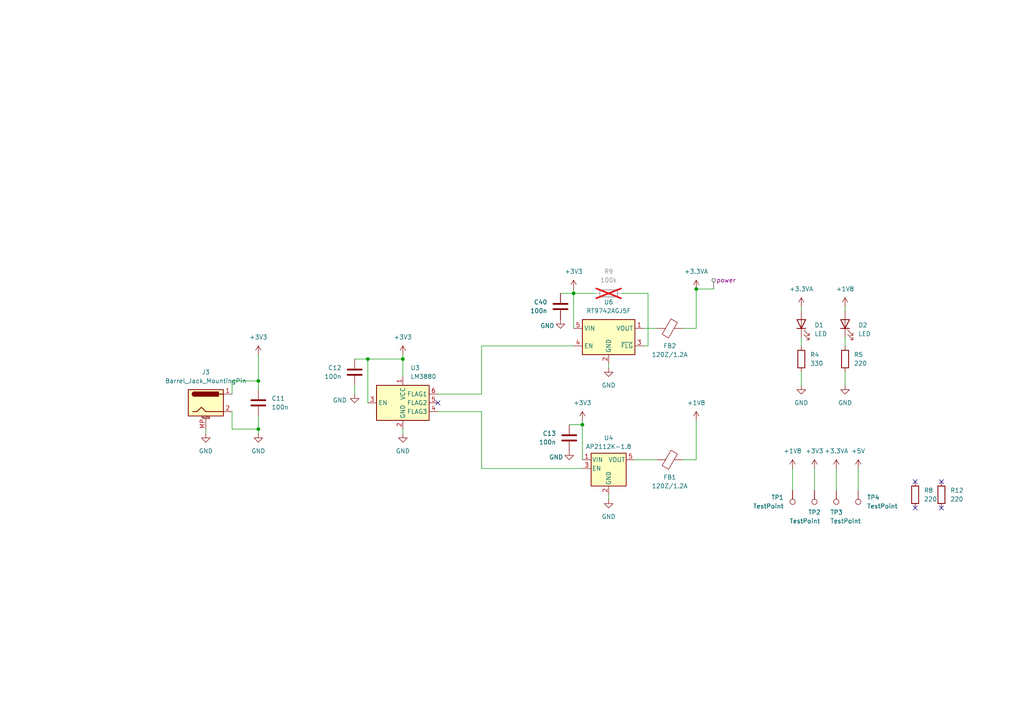
<source format=kicad_sch>
(kicad_sch (version 20231120) (generator "eeschema") (generator_version "8.0")
  (paper "A4")
  (lib_symbols
    (symbol "Connector:Barrel_Jack_MountingPin" (pin_names hide)
      (property "Reference" "J" (at 0 5.334 0))
      (property "Value" "Barrel_Jack_MountingPin" (at 1.27 -6.35 0))
      (symbol "Barrel_Jack_MountingPin_0_1"
        (rectangle (start -5.08 3.81) (end 5.08 -3.81) (stroke (width 0.254)) (fill (type background)))
        (arc (start -3.302 3.175) (mid -3.9343 2.54) (end -3.302 1.905) (stroke (width 0.254)))
        (arc (start -3.302 3.175) (mid -3.9343 2.54) (end -3.302 1.905) (stroke (width 0.254)) (fill (type outline)))
        (polyline (pts (xy 5.08 2.54) (xy 3.81 2.54)) (stroke (width 0.254)))
        (polyline (pts (xy -3.81 -2.54) (xy -2.54 -2.54) (xy -1.27 -1.27) (xy 0 -2.54) (xy 2.54 -2.54) (xy 5.08 -2.54)) (stroke (width 0.254)))
        (rectangle (start 3.683 3.175) (end -3.302 1.905) (stroke (width 0.254)) (fill (type outline)))
      )
      (symbol "Barrel_Jack_MountingPin_1_1"
        (polyline (pts (xy -1.016 -4.572) (xy 1.016 -4.572)) (stroke (width 0.1524)))
        (text "Mounting" (at 0 -4.191 0) (effects (font (size 0.381 0.381))))
        (pin passive line (at 7.62 2.54 180) (length 2.54) (name "~") (number "1"))
        (pin passive line (at 7.62 -2.54 180) (length 2.54) (name "~") (number "2"))
        (pin passive line (at 0 -7.62 90) (length 3.048) (name "MountPin") (number "MP"))
      )
    )
    (symbol "Connector:TestPoint" (pin_numbers hide) (pin_names (offset 0.762) hide)
      (property "Reference" "TP" (at 0 6.858 0))
      (property "Value" "TestPoint" (at 0 5.08 0))
      (symbol "TestPoint_0_1"
        (circle (center 0 3.302) (radius 0.762))
      )
      (symbol "TestPoint_1_1"
        (pin passive line (at 0 0 90) (length 2.54) (name "1") (number "1"))
      )
    )
    (symbol "Device:C" (pin_numbers hide) (pin_names (offset 0.254))
      (property "Reference" "C" (at 0.635 2.54 0))
      (property "Value" "C" (at 0.635 -2.54 0))
      (symbol "C_0_1"
        (polyline (pts (xy -2.032 -0.762) (xy 2.032 -0.762)) (stroke (width 0.508)))
        (polyline (pts (xy -2.032 0.762) (xy 2.032 0.762)) (stroke (width 0.508)))
      )
      (symbol "C_1_1"
        (pin passive line (at 0 3.81 270) (length 2.794) (name "~") (number "1"))
        (pin passive line (at 0 -3.81 90) (length 2.794) (name "~") (number "2"))
      )
    )
    (symbol "Device:FerriteBead" (pin_numbers hide) (pin_names (offset 0))
      (property "Reference" "FB" (at -3.81 0.635 90))
      (property "Value" "FerriteBead" (at 3.81 0 90))
      (symbol "FerriteBead_0_1"
        (polyline (pts (xy 0 -1.27) (xy 0 -1.2192)))
        (polyline (pts (xy 0 1.27) (xy 0 1.2954)))
        (polyline (pts (xy -2.7686 0.4064) (xy -1.7018 2.2606) (xy 2.7686 -0.3048) (xy 1.6764 -2.159) (xy -2.7686 0.4064)))
      )
      (symbol "FerriteBead_1_1"
        (pin passive line (at 0 3.81 270) (length 2.54) (name "~") (number "1"))
        (pin passive line (at 0 -3.81 90) (length 2.54) (name "~") (number "2"))
      )
    )
    (symbol "Device:LED" (pin_numbers hide) (pin_names (offset 1.016) hide)
      (property "Reference" "D" (at 0 2.54 0))
      (property "Value" "LED" (at 0 -2.54 0))
      (symbol "LED_0_1"
        (polyline (pts (xy -1.27 -1.27) (xy -1.27 1.27)) (stroke (width 0.254)))
        (polyline (pts (xy -1.27 0) (xy 1.27 0)))
        (polyline (pts (xy 1.27 -1.27) (xy 1.27 1.27) (xy -1.27 0) (xy 1.27 -1.27)) (stroke (width 0.254)))
        (polyline (pts (xy -3.048 -0.762) (xy -4.572 -2.286) (xy -3.81 -2.286) (xy -4.572 -2.286) (xy -4.572 -1.524)))
        (polyline (pts (xy -1.778 -0.762) (xy -3.302 -2.286) (xy -2.54 -2.286) (xy -3.302 -2.286) (xy -3.302 -1.524)))
      )
      (symbol "LED_1_1"
        (pin passive line (at -3.81 0 0) (length 2.54) (name "K") (number "1"))
        (pin passive line (at 3.81 0 180) (length 2.54) (name "A") (number "2"))
      )
    )
    (symbol "Device:R" (pin_numbers hide) (pin_names (offset 0))
      (property "Reference" "R" (at 2.032 0 90))
      (property "Value" "R" (at 0 0 90))
      (symbol "R_0_1"
        (rectangle (start -1.016 -2.54) (end 1.016 2.54) (stroke (width 0.254)))
      )
      (symbol "R_1_1"
        (pin passive line (at 0 3.81 270) (length 1.27) (name "~") (number "1"))
        (pin passive line (at 0 -3.81 90) (length 1.27) (name "~") (number "2"))
      )
    )
    (symbol "Power_Management:RT9742AGJ5F"
      (property "Reference" "U" (at 0 10.16 0))
      (property "Value" "RT9742AGJ5F" (at 0 7.62 0))
      (symbol "RT9742AGJ5F_0_1"
        (rectangle (start -7.62 5.08) (end 7.62 -5.08) (stroke (width 0.254)) (fill (type background)))
      )
      (symbol "RT9742AGJ5F_1_1"
        (pin power_out line (at 10.16 2.54 180) (length 2.54) (name "VOUT") (number "1"))
        (pin power_in line (at 0 -7.62 90) (length 2.54) (name "GND") (number "2"))
        (pin open_collector line (at 10.16 -2.54 180) (length 2.54) (name "~{FLG}") (number "3"))
        (pin input line (at -10.16 -2.54 0) (length 2.54) (name "EN") (number "4"))
        (pin power_in line (at -10.16 2.54 0) (length 2.54) (name "VIN") (number "5"))
      )
    )
    (symbol "Power_Supervisor:LM3880"
      (property "Reference" "U" (at 1.27 8.89 0))
      (property "Value" "LM3880" (at 3.81 6.35 0))
      (symbol "LM3880_0_1"
        (rectangle (start -7.62 5.08) (end 7.62 -5.08) (stroke (width 0.254)) (fill (type background)))
      )
      (symbol "LM3880_1_1"
        (pin power_in line (at 0 7.62 270) (length 2.54) (name "VCC") (number "1"))
        (pin power_in line (at 0 -7.62 90) (length 2.54) (name "GND") (number "2"))
        (pin input line (at -10.16 0 0) (length 2.54) (name "EN") (number "3"))
        (pin open_collector line (at 10.16 -2.54 180) (length 2.54) (name "FLAG3") (number "4"))
        (pin open_collector line (at 10.16 0 180) (length 2.54) (name "FLAG2") (number "5"))
        (pin open_collector line (at 10.16 2.54 180) (length 2.54) (name "FLAG1") (number "6"))
      )
    )
    (symbol "Regulator_Linear:AP2112K-1.8" (pin_names (offset 0.254))
      (property "Reference" "U" (at -5.08 5.715 0))
      (property "Value" "AP2112K-1.8" (at 0 5.715 0))
      (symbol "AP2112K-1.8_0_1"
        (rectangle (start -5.08 4.445) (end 5.08 -5.08) (stroke (width 0.254)) (fill (type background)))
      )
      (symbol "AP2112K-1.8_1_1"
        (pin power_in line (at -7.62 2.54 0) (length 2.54) (name "VIN") (number "1"))
        (pin power_in line (at 0 -7.62 90) (length 2.54) (name "GND") (number "2"))
        (pin input line (at -7.62 0 0) (length 2.54) (name "EN") (number "3"))
        (pin no_connect line (at 5.08 0 180) (length 2.54) hide (name "NC") (number "4"))
        (pin power_out line (at 7.62 2.54 180) (length 2.54) (name "VOUT") (number "5"))
      )
    )
    (symbol "power:+1V8" (power) (pin_numbers hide) (pin_names (offset 0) hide)
      (property "Value" "+1V8" (at 0 3.556 0))
      (symbol "+1V8_0_1"
        (polyline (pts (xy -0.762 1.27) (xy 0 2.54)))
        (polyline (pts (xy 0 0) (xy 0 2.54)))
        (polyline (pts (xy 0 2.54) (xy 0.762 1.27)))
      )
      (symbol "+1V8_1_1"
        (pin power_in line (at 0 0 90) (length 0) (name "~") (number "1"))
      )
    )
    (symbol "power:+3.3VA" (power) (pin_numbers hide) (pin_names (offset 0) hide)
      (property "Value" "+3.3VA" (at 0 3.556 0))
      (symbol "+3.3VA_0_1"
        (polyline (pts (xy -0.762 1.27) (xy 0 2.54)))
        (polyline (pts (xy 0 0) (xy 0 2.54)))
        (polyline (pts (xy 0 2.54) (xy 0.762 1.27)))
      )
      (symbol "+3.3VA_1_1"
        (pin power_in line (at 0 0 90) (length 0) (name "~") (number "1"))
      )
    )
    (symbol "power:+3V3" (power) (pin_numbers hide) (pin_names (offset 0) hide)
      (property "Value" "+3V3" (at 0 3.556 0))
      (symbol "+3V3_0_1"
        (polyline (pts (xy -0.762 1.27) (xy 0 2.54)))
        (polyline (pts (xy 0 0) (xy 0 2.54)))
        (polyline (pts (xy 0 2.54) (xy 0.762 1.27)))
      )
      (symbol "+3V3_1_1"
        (pin power_in line (at 0 0 90) (length 0) (name "~") (number "1"))
      )
    )
    (symbol "power:+5V" (power) (pin_numbers hide) (pin_names (offset 0) hide)
      (property "Value" "+5V" (at 0 3.556 0))
      (symbol "+5V_0_1"
        (polyline (pts (xy -0.762 1.27) (xy 0 2.54)))
        (polyline (pts (xy 0 0) (xy 0 2.54)))
        (polyline (pts (xy 0 2.54) (xy 0.762 1.27)))
      )
      (symbol "+5V_1_1"
        (pin power_in line (at 0 0 90) (length 0) (name "~") (number "1"))
      )
    )
    (symbol "power:GND" (power) (pin_numbers hide) (pin_names (offset 0) hide)
      (property "Value" "GND" (at 0 -3.81 0))
      (symbol "GND_0_1"
        (polyline (pts (xy 0 0) (xy 0 -1.27) (xy 1.27 -1.27) (xy 0 -2.54) (xy -1.27 -1.27) (xy 0 -1.27)))
      )
      (symbol "GND_1_1"
        (pin power_in line (at 0 0 270) (length 0) (name "~") (number "1"))
      )
    )
  )
  (junction (at 201.93 83.82))
  (junction (at 106.68 104.14))
  (junction (at 168.91 123.19))
  (junction (at 116.84 104.14))
  (junction (at 74.93 110.49))
  (junction (at 74.93 124.46))
  (junction (at 166.37 85.09))
  (no_connect (at 273.05 139.7))
  (no_connect (at 265.43 147.32))
  (no_connect (at 127 116.84))
  (no_connect (at 265.43 139.7))
  (no_connect (at 273.05 147.32))
  (wire (pts (xy 102.87 104.14) (xy 106.68 104.14)))
  (wire (pts (xy 74.93 120.65) (xy 74.93 124.46)))
  (wire (pts (xy 102.87 111.76) (xy 102.87 114.3)))
  (wire (pts (xy 67.31 110.49) (xy 74.93 110.49)))
  (wire (pts (xy 236.22 135.89) (xy 236.22 142.24)))
  (wire (pts (xy 245.11 88.9) (xy 245.11 90.17)))
  (wire (pts (xy 67.31 110.49) (xy 67.31 114.3)))
  (wire (pts (xy 166.37 85.09) (xy 166.37 95.25)))
  (wire (pts (xy 166.37 85.09) (xy 166.37 83.82)))
  (wire (pts (xy 59.69 124.46) (xy 59.69 125.73)))
  (wire (pts (xy 201.93 83.82) (xy 207.01 83.82)))
  (wire (pts (xy 232.41 97.79) (xy 232.41 100.33)))
  (wire (pts (xy 139.7 119.38) (xy 127 119.38)))
  (wire (pts (xy 245.11 97.79) (xy 245.11 100.33)))
  (wire (pts (xy 184.15 133.35) (xy 190.5 133.35)))
  (wire (pts (xy 74.93 124.46) (xy 74.93 125.73)))
  (wire (pts (xy 165.1 123.19) (xy 168.91 123.19)))
  (wire (pts (xy 245.11 107.95) (xy 245.11 111.76)))
  (wire (pts (xy 116.84 124.46) (xy 116.84 125.73)))
  (wire (pts (xy 229.87 135.89) (xy 229.87 142.24)))
  (wire (pts (xy 127 114.3) (xy 139.7 114.3)))
  (wire (pts (xy 116.84 104.14) (xy 116.84 109.22)))
  (wire (pts (xy 176.53 105.41) (xy 176.53 106.68)))
  (wire (pts (xy 176.53 143.51) (xy 176.53 144.78)))
  (wire (pts (xy 198.12 95.25) (xy 201.93 95.25)))
  (wire (pts (xy 116.84 102.87) (xy 116.84 104.14)))
  (wire (pts (xy 106.68 104.14) (xy 116.84 104.14)))
  (wire (pts (xy 187.96 85.09) (xy 180.34 85.09)))
  (wire (pts (xy 168.91 123.19) (xy 168.91 121.92)))
  (wire (pts (xy 168.91 123.19) (xy 168.91 133.35)))
  (wire (pts (xy 139.7 135.89) (xy 168.91 135.89)))
  (wire (pts (xy 232.41 107.95) (xy 232.41 111.76)))
  (wire (pts (xy 201.93 133.35) (xy 201.93 121.92)))
  (wire (pts (xy 139.7 114.3) (xy 139.7 100.33)))
  (wire (pts (xy 232.41 88.9) (xy 232.41 90.17)))
  (wire (pts (xy 74.93 110.49) (xy 74.93 113.03)))
  (wire (pts (xy 139.7 100.33) (xy 166.37 100.33)))
  (wire (pts (xy 106.68 104.14) (xy 106.68 116.84)))
  (wire (pts (xy 139.7 135.89) (xy 139.7 119.38)))
  (wire (pts (xy 186.69 95.25) (xy 190.5 95.25)))
  (wire (pts (xy 186.69 100.33) (xy 187.96 100.33)))
  (wire (pts (xy 67.31 119.38) (xy 67.31 124.46)))
  (wire (pts (xy 248.92 135.89) (xy 248.92 142.24)))
  (wire (pts (xy 67.31 124.46) (xy 74.93 124.46)))
  (wire (pts (xy 166.37 85.09) (xy 172.72 85.09)))
  (wire (pts (xy 242.57 135.89) (xy 242.57 142.24)))
  (wire (pts (xy 198.12 133.35) (xy 201.93 133.35)))
  (wire (pts (xy 201.93 83.82) (xy 201.93 95.25)))
  (wire (pts (xy 74.93 102.87) (xy 74.93 110.49)))
  (wire (pts (xy 162.56 85.09) (xy 166.37 85.09)))
  (wire (pts (xy 187.96 100.33) (xy 187.96 85.09)))
  (netclass_flag "" (length 2.54) (shape round) (at 207.01 83.82 0) (property "Netclass" "power" (at 207.7085 81.28 0) (effects (font (italic yes)) (justify left))))
  (symbol (lib_id "power:+1V8") (at 201.93 121.92 0) (unit 1)
    (property "Reference" "#PWR018" (effects (hide yes)))
    (property "Value" "+1V8" (at 201.93 116.84 0))
    (property "Description" "Power symbol creates a global label with name \"+1V8\"" (effects (hide yes)))
  )
  (symbol (lib_id "power:GND") (at 116.84 125.73 0) (unit 1)
    (property "Reference" "#PWR016" (effects (hide yes)))
    (property "Value" "GND" (at 116.84 130.81 0))
    (property "Description" "Power symbol creates a global label with name \"GND\" , ground" (effects (hide yes)))
  )
  (symbol (lib_id "Device:R") (at 245.11 104.14 0) (unit 1)
    (property "Reference" "R5" (at 247.65 102.8699 0) (effects (justify left)))
    (property "Value" "220" (at 247.65 105.4099 0) (effects (justify left)))
    (property "Footprint" "Resistor_SMD:R_0402_1005Metric" (effects (hide yes)))
    (property "Description" "Resistor" (effects (hide yes)))
  )
  (symbol (lib_id "power:GND") (at 165.1 130.81 0) (unit 1)
    (property "Reference" "#PWR014" (effects (hide yes)))
    (property "Value" "GND" (at 161.29 132.588 0))
    (property "Description" "Power symbol creates a global label with name \"GND\" , ground" (effects (hide yes)))
  )
  (symbol (lib_id "power:GND") (at 74.93 125.73 0) (unit 1)
    (property "Reference" "#PWR011" (effects (hide yes)))
    (property "Value" "GND" (at 74.93 130.81 0))
    (property "Description" "Power symbol creates a global label with name \"GND\" , ground" (effects (hide yes)))
  )
  (symbol (lib_id "Device:FerriteBead") (at 194.31 95.25 90) (unit 1)
    (property "Reference" "FB2" (at 194.2592 100.33 90))
    (property "Value" "120Z/1.2A" (at 194.2592 102.87 90))
    (property "Footprint" "Inductor_SMD:L_0402_1005Metric" (effects (hide yes)))
    (property "Description" "Ferrite bead" (effects (hide yes)))
  )
  (symbol (lib_id "Connector:TestPoint") (at 229.87 142.24 180) (unit 1)
    (property "Reference" "TP1" (at 227.33 144.2719 0) (effects (justify left)))
    (property "Value" "TestPoint" (at 227.33 146.8119 0) (effects (justify left)))
    (property "Footprint" "TestPoint:TestPoint_Pad_D1.0mm" (effects (hide yes)))
    (property "Description" "test point" (effects (hide yes)))
  )
  (symbol (lib_id "power:GND") (at 245.11 111.76 0) (unit 1)
    (property "Reference" "#PWR022" (effects (hide yes)))
    (property "Value" "GND" (at 245.11 116.84 0))
    (property "Description" "Power symbol creates a global label with name \"GND\" , ground" (effects (hide yes)))
  )
  (symbol (lib_id "power:+3V3") (at 168.91 121.92 0) (unit 1)
    (property "Reference" "#PWR015" (effects (hide yes)))
    (property "Value" "+3V3" (at 168.91 116.84 0))
    (property "Description" "Power symbol creates a global label with name \"+3V3\"" (effects (hide yes)))
  )
  (symbol (lib_id "Device:LED") (at 245.11 93.98 90) (unit 1)
    (property "Reference" "D2" (at 248.92 94.2974 90) (effects (justify right)))
    (property "Value" "LED" (at 248.92 96.8374 90) (effects (justify right)))
    (property "Footprint" "LED_SMD:LED_0402_1005Metric" (effects (hide yes)))
    (property "Description" "Light emitting diode" (effects (hide yes)))
  )
  (symbol (lib_id "Power_Management:RT9742AGJ5F") (at 176.53 97.79 0) (unit 1)
    (property "Reference" "U6" (at 176.53 87.63 0))
    (property "Value" "RT9742AGJ5F" (at 176.53 90.17 0))
    (property "Footprint" "Package_TO_SOT_SMD:SOT-23-5" (effects (hide yes)))
    (property "Datasheet" "https://www.richtek.com/assets/product_file/RT9742/DS9742-10.pdf" (effects (hide yes)))
    (property "Description" "3A, Discharge, Active High EN, TSOT-23-5" (effects (hide yes)))
  )
  (symbol (lib_id "power:GND") (at 232.41 111.76 0) (unit 1)
    (property "Reference" "#PWR020" (effects (hide yes)))
    (property "Value" "GND" (at 232.41 116.84 0))
    (property "Description" "Power symbol creates a global label with name \"GND\" , ground" (effects (hide yes)))
  )
  (symbol (lib_id "Connector:TestPoint") (at 236.22 142.24 180) (unit 1)
    (property "Reference" "TP2" (at 236.22 148.59 0))
    (property "Value" "TestPoint" (at 233.426 151.13 0))
    (property "Footprint" "TestPoint:TestPoint_Pad_D1.0mm" (effects (hide yes)))
    (property "Description" "test point" (effects (hide yes)))
  )
  (symbol (lib_id "power:GND") (at 162.56 92.71 0) (unit 1)
    (property "Reference" "#PWR033" (effects (hide yes)))
    (property "Value" "GND" (at 158.75 94.488 0))
    (property "Description" "Power symbol creates a global label with name \"GND\" , ground" (effects (hide yes)))
  )
  (symbol (lib_id "power:+3.3VA") (at 201.93 83.82 0) (unit 1)
    (property "Reference" "#PWR036" (effects (hide yes)))
    (property "Value" "+3.3VA" (at 201.93 78.74 0))
    (property "Description" "Power symbol creates a global label with name \"+3.3VA\"" (effects (hide yes)))
  )
  (symbol (lib_id "power:+1V8") (at 245.11 88.9 0) (unit 1)
    (property "Reference" "#PWR021" (effects (hide yes)))
    (property "Value" "+1V8" (at 245.11 83.82 0))
    (property "Description" "Power symbol creates a global label with name \"+1V8\"" (effects (hide yes)))
  )
  (symbol (lib_id "power:+1V8") (at 229.87 135.89 0) (unit 1)
    (property "Reference" "#PWR023" (effects (hide yes)))
    (property "Value" "+1V8" (at 229.87 130.81 0))
    (property "Description" "Power symbol creates a global label with name \"+1V8\"" (effects (hide yes)))
  )
  (symbol (lib_id "power:+3V3") (at 236.22 135.89 0) (unit 1)
    (property "Reference" "#PWR024" (effects (hide yes)))
    (property "Value" "+3V3" (at 236.22 130.81 0))
    (property "Description" "Power symbol creates a global label with name \"+3V3\"" (effects (hide yes)))
  )
  (symbol (lib_id "power:+3V3") (at 116.84 102.87 0) (unit 1)
    (property "Reference" "#PWR012" (effects (hide yes)))
    (property "Value" "+3V3" (at 116.84 97.79 0))
    (property "Description" "Power symbol creates a global label with name \"+3V3\"" (effects (hide yes)))
  )
  (symbol (lib_id "Device:R") (at 273.05 143.51 0) (unit 1)
    (property "Reference" "R12" (at 275.59 142.2399 0) (effects (justify left)))
    (property "Value" "220" (at 275.59 144.7799 0) (effects (justify left)))
    (property "Footprint" "Resistor_SMD:R_0402_1005Metric" (effects (hide yes)))
    (property "Description" "Resistor" (effects (hide yes)))
  )
  (symbol (lib_id "power:+3V3") (at 74.93 102.87 0) (unit 1)
    (property "Reference" "#PWR010" (effects (hide yes)))
    (property "Value" "+3V3" (at 74.93 97.79 0))
    (property "Description" "Power symbol creates a global label with name \"+3V3\"" (effects (hide yes)))
  )
  (symbol (lib_id "Device:C") (at 102.87 107.95 0) (mirror x) (unit 1)
    (property "Reference" "C12" (at 99.06 106.6799 0) (effects (justify right)))
    (property "Value" "100n" (at 99.06 109.2199 0) (effects (justify right)))
    (property "Footprint" "Capacitor_SMD:C_0402_1005Metric" (effects (hide yes)))
    (property "Description" "Unpolarized capacitor" (effects (hide yes)))
  )
  (symbol (lib_id "power:+5V") (at 248.92 135.89 0) (mirror y) (unit 1)
    (property "Reference" "#PWR037" (effects (hide yes)))
    (property "Value" "+5V" (at 248.92 130.81 0))
    (property "Description" "Power symbol creates a global label with name \"+5V\"" (effects (hide yes)))
  )
  (symbol (lib_id "Device:C") (at 74.93 116.84 0) (unit 1)
    (property "Reference" "C11" (at 78.74 115.5699 0) (effects (justify left)))
    (property "Value" "100n" (at 78.74 118.1099 0) (effects (justify left)))
    (property "Footprint" "Capacitor_SMD:C_0402_1005Metric" (effects (hide yes)))
    (property "Description" "Unpolarized capacitor" (effects (hide yes)))
  )
  (symbol (lib_id "power:GND") (at 176.53 106.68 0) (unit 1)
    (property "Reference" "#PWR035" (effects (hide yes)))
    (property "Value" "GND" (at 176.53 111.76 0))
    (property "Description" "Power symbol creates a global label with name \"GND\" , ground" (effects (hide yes)))
  )
  (symbol (lib_id "Connector:TestPoint") (at 242.57 142.24 180) (unit 1)
    (property "Reference" "TP3" (at 240.792 148.59 0) (effects (justify right)))
    (property "Value" "TestPoint" (at 240.792 151.13 0) (effects (justify right)))
    (property "Footprint" "TestPoint:TestPoint_Pad_D1.0mm" (effects (hide yes)))
    (property "Description" "test point" (effects (hide yes)))
  )
  (symbol (lib_id "Power_Supervisor:LM3880") (at 116.84 116.84 0) (unit 1)
    (property "Reference" "U3" (at 119.0341 106.68 0) (effects (justify left)))
    (property "Value" "LM3880" (at 119.0341 109.22 0) (effects (justify left)))
    (property "Footprint" "Package_TO_SOT_SMD:SOT-23-6" (effects (hide yes)))
    (property "Datasheet" "http://www.ti.com/lit/ds/symlink/lm3880.pdf" (effects (hide yes)))
    (property "Description" "Simple Power Sequencer, SOT-23-6" (effects (hide yes)))
  )
  (symbol (lib_id "power:+3.3VA") (at 242.57 135.89 0) (unit 1)
    (property "Reference" "#PWR025" (effects (hide yes)))
    (property "Value" "+3.3VA" (at 242.57 130.81 0))
    (property "Description" "Power symbol creates a global label with name \"+3.3VA\"" (effects (hide yes)))
  )
  (symbol (lib_id "Device:R") (at 232.41 104.14 0) (unit 1)
    (property "Reference" "R4" (at 234.95 102.8699 0) (effects (justify left)))
    (property "Value" "330" (at 234.95 105.4099 0) (effects (justify left)))
    (property "Footprint" "Resistor_SMD:R_0402_1005Metric" (effects (hide yes)))
    (property "Description" "Resistor" (effects (hide yes)))
  )
  (symbol (lib_id "power:GND") (at 102.87 114.3 0) (unit 1)
    (property "Reference" "#PWR013" (effects (hide yes)))
    (property "Value" "GND" (at 98.552 116.078 0))
    (property "Description" "Power symbol creates a global label with name \"GND\" , ground" (effects (hide yes)))
  )
  (symbol (lib_id "Device:FerriteBead") (at 194.31 133.35 90) (unit 1)
    (property "Reference" "FB1" (at 194.2592 138.43 90))
    (property "Value" "120Z/1.2A" (at 194.2592 140.97 90))
    (property "Footprint" "Inductor_SMD:L_0402_1005Metric" (effects (hide yes)))
    (property "Description" "Ferrite bead" (effects (hide yes)))
  )
  (symbol (lib_id "Device:LED") (at 232.41 93.98 90) (unit 1)
    (property "Reference" "D1" (at 236.22 94.2974 90) (effects (justify right)))
    (property "Value" "LED" (at 236.22 96.8374 90) (effects (justify right)))
    (property "Footprint" "LED_SMD:LED_0402_1005Metric" (effects (hide yes)))
    (property "Description" "Light emitting diode" (effects (hide yes)))
  )
  (symbol (lib_id "power:+3.3VA") (at 232.41 88.9 0) (unit 1)
    (property "Reference" "#PWR019" (effects (hide yes)))
    (property "Value" "+3.3VA" (at 232.41 83.82 0))
    (property "Description" "Power symbol creates a global label with name \"+3.3VA\"" (effects (hide yes)))
  )
  (symbol (lib_id "power:+3V3") (at 166.37 83.82 0) (unit 1)
    (property "Reference" "#PWR034" (effects (hide yes)))
    (property "Value" "+3V3" (at 166.37 78.74 0))
    (property "Description" "Power symbol creates a global label with name \"+3V3\"" (effects (hide yes)))
  )
  (symbol (lib_id "Regulator_Linear:AP2112K-1.8") (at 176.53 135.89 0) (unit 1)
    (property "Reference" "U4" (at 176.53 127 0))
    (property "Value" "AP2112K-1.8" (at 176.53 129.54 0))
    (property "Footprint" "Package_TO_SOT_SMD:SOT-23-5" (effects (hide yes)))
    (property "Datasheet" "https://www.diodes.com/assets/Datasheets/AP2112.pdf" (effects (hide yes)))
    (property "Description" "600mA low dropout linear regulator, with enable pin, 2.5V-6V input voltage range, 1.8V fixed positive output, SOT-23-5" (effects (hide yes)))
  )
  (symbol (lib_id "Device:R") (at 176.53 85.09 90) (unit 1) (in_bom no) (dnp yes)
    (property "Reference" "R9" (at 176.53 78.74 90))
    (property "Value" "100k" (at 176.53 81.28 90))
    (property "Footprint" "Resistor_SMD:R_0402_1005Metric" (effects (hide yes)))
    (property "Description" "Resistor" (effects (hide yes)))
  )
  (symbol (lib_id "Device:R") (at 265.43 143.51 0) (unit 1)
    (property "Reference" "R8" (at 267.97 142.2399 0) (effects (justify left)))
    (property "Value" "220" (at 267.97 144.7799 0) (effects (justify left)))
    (property "Footprint" "Resistor_SMD:R_0402_1005Metric" (effects (hide yes)))
    (property "Description" "Resistor" (effects (hide yes)))
  )
  (symbol (lib_id "Connector:Barrel_Jack_MountingPin") (at 59.69 116.84 0) (unit 1)
    (property "Reference" "J3" (at 59.69 107.95 0))
    (property "Value" "Barrel_Jack_MountingPin" (at 59.69 110.49 0))
    (property "Footprint" "Connector_BarrelJack:BarrelJack_CUI_PJ-063AH_Horizontal" (effects (hide yes)))
    (property "Description" "DC Barrel Jack with a mounting pin" (effects (hide yes)))
  )
  (symbol (lib_id "Device:C") (at 165.1 127 0) (mirror x) (unit 1)
    (property "Reference" "C13" (at 161.29 125.7299 0) (effects (justify right)))
    (property "Value" "100n" (at 161.29 128.2699 0) (effects (justify right)))
    (property "Footprint" "Capacitor_SMD:C_0402_1005Metric" (effects (hide yes)))
    (property "Description" "Unpolarized capacitor" (effects (hide yes)))
  )
  (symbol (lib_id "power:GND") (at 59.69 125.73 0) (unit 1)
    (property "Reference" "#PWR042" (effects (hide yes)))
    (property "Value" "GND" (at 59.69 130.81 0))
    (property "Description" "Power symbol creates a global label with name \"GND\" , ground" (effects (hide yes)))
  )
  (symbol (lib_id "power:GND") (at 176.53 144.78 0) (unit 1)
    (property "Reference" "#PWR017" (effects (hide yes)))
    (property "Value" "GND" (at 176.53 149.86 0))
    (property "Description" "Power symbol creates a global label with name \"GND\" , ground" (effects (hide yes)))
  )
  (symbol (lib_id "Connector:TestPoint") (at 248.92 142.24 180) (unit 1)
    (property "Reference" "TP4" (at 251.46 144.2719 0) (effects (justify right)))
    (property "Value" "TestPoint" (at 251.46 146.8119 0) (effects (justify right)))
    (property "Footprint" "TestPoint:TestPoint_Pad_D1.0mm" (effects (hide yes)))
    (property "Description" "test point" (effects (hide yes)))
  )
  (symbol (lib_id "Device:C") (at 162.56 88.9 0) (mirror x) (unit 1)
    (property "Reference" "C40" (at 158.75 87.6299 0) (effects (justify right)))
    (property "Value" "100n" (at 158.75 90.1699 0) (effects (justify right)))
    (property "Footprint" "Capacitor_SMD:C_0402_1005Metric" (effects (hide yes)))
    (property "Description" "Unpolarized capacitor" (effects (hide yes)))
  )
)
</source>
